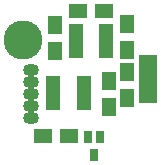
<source format=gbr>
G04 #@! TF.FileFunction,Soldermask,Top*
%FSLAX46Y46*%
G04 Gerber Fmt 4.6, Leading zero omitted, Abs format (unit mm)*
G04 Created by KiCad (PCBNEW 4.0.6) date 07/21/18 19:11:10*
%MOMM*%
%LPD*%
G01*
G04 APERTURE LIST*
%ADD10C,0.304800*%
%ADD11R,1.204800X1.504800*%
%ADD12R,1.504800X1.204800*%
%ADD13C,3.304800*%
%ADD14R,1.574800X4.114800*%
%ADD15R,1.304800X1.004800*%
%ADD16R,0.704800X1.014800*%
%ADD17O,1.320800X1.066800*%
G04 APERTURE END LIST*
D10*
D11*
X99060000Y-97071000D03*
X99060000Y-99271000D03*
D12*
X100287000Y-106426000D03*
X98087000Y-106426000D03*
X103208000Y-95885000D03*
X101008000Y-95885000D03*
D11*
X105156000Y-96944000D03*
X105156000Y-99144000D03*
X105156000Y-101008000D03*
X105156000Y-103208000D03*
X103632000Y-103970000D03*
X103632000Y-101770000D03*
D13*
X96393000Y-98298000D03*
D14*
X106934000Y-101600000D03*
D15*
X100808000Y-97475000D03*
X100808000Y-98425000D03*
X100808000Y-99375000D03*
X103408000Y-99375000D03*
X103408000Y-97475000D03*
X103408000Y-98425000D03*
D16*
X102862000Y-106570000D03*
X101862000Y-106570000D03*
X102362000Y-108060000D03*
D15*
X98903000Y-101869200D03*
X98903000Y-102819200D03*
X98903000Y-103769200D03*
X101503000Y-103769200D03*
X101503000Y-101869200D03*
X101503000Y-102819200D03*
D17*
X97028000Y-100838000D03*
X97028000Y-101854000D03*
X97028000Y-102870000D03*
X97028000Y-103886000D03*
X97028000Y-104902000D03*
M02*

</source>
